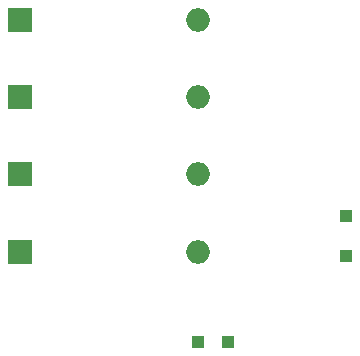
<source format=gbr>
%TF.GenerationSoftware,KiCad,Pcbnew,7.0.2*%
%TF.CreationDate,2023-06-25T00:33:43-03:00*%
%TF.ProjectId,Projeto final de EA075,50726f6a-6574-46f2-9066-696e616c2064,rev?*%
%TF.SameCoordinates,Original*%
%TF.FileFunction,Soldermask,Bot*%
%TF.FilePolarity,Negative*%
%FSLAX46Y46*%
G04 Gerber Fmt 4.6, Leading zero omitted, Abs format (unit mm)*
G04 Created by KiCad (PCBNEW 7.0.2) date 2023-06-25 00:33:43*
%MOMM*%
%LPD*%
G01*
G04 APERTURE LIST*
%ADD10R,1.000000X1.000000*%
%ADD11R,2.000000X2.000000*%
%ADD12O,2.000000X2.000000*%
G04 APERTURE END LIST*
D10*
%TO.C,J4*%
X152400000Y-99060000D03*
%TD*%
%TO.C,J3*%
X154940000Y-99060000D03*
%TD*%
%TO.C,J2*%
X164950000Y-91800000D03*
%TD*%
%TO.C,J1*%
X164950000Y-88450000D03*
%TD*%
D11*
%TO.C,C5*%
X137400000Y-91440000D03*
D12*
X152400000Y-91440000D03*
%TD*%
D11*
%TO.C,C4*%
X137400000Y-84905000D03*
D12*
X152400000Y-84905000D03*
%TD*%
D11*
%TO.C,C3*%
X137400000Y-78370000D03*
D12*
X152400000Y-78370000D03*
%TD*%
D11*
%TO.C,C1*%
X137400000Y-71835000D03*
D12*
X152400000Y-71835000D03*
%TD*%
M02*

</source>
